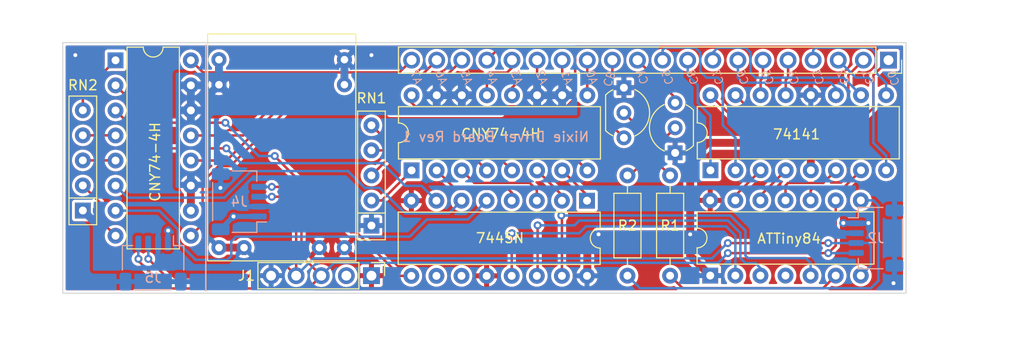
<source format=kicad_pcb>
(kicad_pcb (version 20211014) (generator pcbnew)
  (layers (0 "F.Cu" signal) (31 "B.Cu" signal) (34 "B.Paste" user) (35 "F.Paste" user) (36 "B.SilkS" user "B.Silkscreen") (37 "F.SilkS" user "F.Silkscreen") (38 "B.Mask" user) (39 "F.Mask" user) (44 "Edge.Cuts" user))
  (net 0 "")
  (net 1 "GND")
  (net 3 "/SCL")
  (net 4 "/SDA")
  (net 5 "VCC")
  (net 6 "/C0")
  (net 7 "/C1")
  (net 8 "/C2")
  (net 9 "/C3")
  (net 10 "/C4")
  (net 11 "/C5")
  (net 12 "/C6")
  (net 13 "/C7")
  (net 14 "/C8")
  (net 15 "/C9")
  (net 16 "/CA")
  (net 17 "/CB")
  (net 18 "/A0")
  (net 19 "/A1")
  (net 20 "/A2")
  (net 21 "/A3")
  (net 22 "/A4")
  (net 23 "/A5")
  (net 24 "/A6")
  (net 25 "/A7")
  (net 26 "Net-(Q1-Pad2)")
  (net 27 "Net-(Q2-Pad2)")
  (net 28 "/LHDP")
  (net 29 "/RHDP")
  (net 30 "/dig_0")
  (net 31 "/dig_1")
  (net 33 "/dig_2")
  (net 34 "/num_3")
  (net 35 "/num_2")
  (net 36 "/num_1")
  (net 37 "/num_0")
  (net 38 "/drv_A7")
  (net 39 "/drv_A6")
  (net 40 "/drv_A5")
  (net 41 "/drv_A4")
  (net 42 "/drv_A3")
  (net 43 "/drv_A2")
  (net 44 "/drv_A1")
  (net 45 "/drv_A0")
  (net 46 "HT")
  (net 47 "Net-(RN1-Pad2)")
  (net 48 "Net-(RN1-Pad3)")
  (net 49 "Net-(RN1-Pad4)")
  (net 50 "Net-(RN1-Pad5)")
  (net 51 "Net-(RN2-Pad2)")
  (net 52 "Net-(RN2-Pad3)")
  (net 53 "Net-(RN2-Pad4)")
  (net 54 "Net-(RN2-Pad5)")
  (footprint "Package_DIP:DIP-14_W7.62mm" (layer "F.Cu") (at 96.769 54.092 90)
    (fp_text reference "U1" hide)
    (fp_text value "ATtiny84-20P")
  )
  (footprint "Package_TO_SOT_THT:TO-92_Inline_Wide" (layer "F.Cu") (at 93.218 41.656 90)
    (fp_text reference "Q1" hide)
    (fp_text value "MPSA42")
  )
  (footprint "nixie-parts:small-hv-1.1" (layer "F.Cu") (at 53.4 41.1 180)
    (fp_text reference "U6" hide)
    (fp_text value "small-hv-1.1")
  )
  (footprint "Resistor_THT:R_Axial_DIN0207_L6.3mm_D2.5mm_P10.16mm_Horizontal" (layer "F.Cu") (at 88.392 54.102 90)
    (fp_text reference "R2")
    (fp_text value "100K")
  )
  (footprint "Package_DIP:DIP-16_W7.62mm" (layer "F.Cu") (at 36.586 32.273)
    (fp_text reference "U5" hide)
    (fp_text value "CNY74-4H")
  )
  (footprint "Resistor_THT:R_Array_SIP5" (layer "F.Cu") (at 33.274 47.498 90)
    (fp_text reference "RN2")
    (fp_text value "220")
  )
  (footprint "Package_DIP:DIP-16_W7.62mm" (layer "F.Cu") (at 96.789 43.424 90)
    (fp_text reference "U2" hide)
    (fp_text value "74141")
  )
  (footprint "Resistor_THT:R_Array_SIP5" (layer "F.Cu") (at 62.484 49.022 90)
    (fp_text reference "RN1")
    (fp_text value "220")
  )
  (footprint "Package_DIP:DIP-16_W7.62mm" (layer "F.Cu") (at 66.548 43.434 90)
    (fp_text reference "U4" hide)
    (fp_text value "CNY74-4H")
  )
  (footprint "Resistor_THT:R_Axial_DIN0207_L6.3mm_D2.5mm_P10.16mm_Horizontal" (layer "F.Cu") (at 92.71 54.102 90)
    (fp_text reference "R1")
    (fp_text value "100K")
  )
  (footprint "Package_DIP:DIP-16_W7.62mm" (layer "F.Cu") (at 84.3 46.5 -90)
    (fp_text reference "U3" hide)
    (fp_text value "7445")
  )
  (footprint "Connector_PinSocket_2.54mm:PinSocket_1x20_P2.54mm_Vertical" (layer "F.Cu") (at 114.808 32.258 -90)
    (fp_text reference "J3" hide)
    (fp_text value "Conn_01x20")
  )
  (footprint "Connector_PinHeader_2.54mm:PinHeader_1x05_P2.54mm_Vertical" (layer "F.Cu") (at 62.484 54.102 -90)
    (fp_text reference "J1")
    (fp_text value "Conn_01x05")
  )
  (footprint "Package_TO_SOT_THT:TO-92_Inline_Wide" (layer "F.Cu") (at 88.032 35.052 -90)
    (fp_text reference "Q2" hide)
    (fp_text value "MPSA42")
  )
  (footprint "Connector_JST:JST_SH_SM04B-SRSS-TB_1x04-1MP_P1.00mm_Horizontal" (layer "B.Cu") (at 49.1 46.6 90)
    (fp_text reference "J4")
    (fp_text value "Conn_01x04_MountingPin")
  )
  (footprint "Connector_JST:JST_SH_SM04B-SRSS-TB_1x04-1MP_P1.00mm_Horizontal" (layer "B.Cu") (at 40.386 52.832 180)
    (fp_text reference "J5")
    (fp_text value "Conn_01x04_MountingPin")
  )
  (footprint "Connector_JST:JST_SH_SM04B-SRSS-TB_1x04-1MP_P1.00mm_Horizontal" (layer "B.Cu") (at 113.538 50.292 -90)
    (fp_text reference "J2")
    (fp_text value "Conn_01x04_MountingPin")
  )
  (gr_line (start 45.72 30.734) (end 45.72 55.626) (layer "B.SilkS") (width 0.15))
  (gr_line (start 31.242 55.88) (end 101.6 55.88) (layer "Edge.Cuts") (width 0.1))
  (gr_line (start 116.586 55.88) (end 116.586 30.48) (layer "Edge.Cuts") (width 0.1))
  (gr_line (start 101.6 55.88) (end 116.586 55.88) (layer "Edge.Cuts") (width 0.1))
  (gr_line (start 31.242 30.48) (end 31.242 55.88) (layer "Edge.Cuts") (width 0.1))
  (gr_line (start 31.242 30.48) (end 101.6 30.48) (layer "Edge.Cuts") (width 0.1))
  (gr_line (start 116.586 30.48) (end 101.6 30.48) (layer "Edge.Cuts") (width 0.1))
  (gr_text "C8" (at 94.9452 33.9852 290) (layer "B.SilkS") (effects (font (size 0.8 0.8) (thickness 0.1)) (justify mirror)))
  (gr_text "C6" (at 100.0252 33.9852 290) (layer "B.SilkS") (effects (font (size 0.8 0.8) (thickness 0.1)) (justify mirror)))
  (gr_text "Nixie Driver Board Rev 1" (at 75.0316 40.0304) (layer "B.SilkS") (effects (font (size 1 1)) (justify mirror)))
  (gr_text "C4" (at 105.1052 33.9852 290) (layer "B.SilkS") (effects (font (size 0.8 0.8) (thickness 0.1)) (justify mirror)))
  (gr_text "C5" (at 102.5652 33.9852 290) (layer "B.SilkS") (effects (font (size 0.8 0.8) (thickness 0.1)) (justify mirror)))
  (gr_text "A4" (at 74.6252 33.9852 290) (layer "B.SilkS") (effects (font (size 0.8 0.8) (thickness 0.1)) (justify mirror)))
  (gr_text "A1" (at 82.2452 33.9852 290) (layer "B.SilkS") (effects (font (size 0.8 0.8) (thickness 0.1)) (justify mirror)))
  (gr_text "CB" (at 86.5124 34.1376 250) (layer "B.SilkS") (effects (font (size 0.8 0.8) (thickness 0.1)) (justify mirror)))
  (gr_text "CA" (at 89.8652 33.9852 290) (layer "B.SilkS") (effects (font (size 0.8 0.8) (thickness 0.1)) (justify mirror)))
  (gr_text "C1" (at 112.7252 33.9852 290) (layer "B.SilkS") (effects (font (size 0.8 0.8) (thickness 0.1)) (justify mirror)))
  (gr_text "C0" (at 115.2652 34.0868 290) (layer "B.SilkS") (effects (font (size 0.8 0.8) (thickness 0.1)) (justify mirror)))
  (gr_text "A6" (at 69.5452 33.9852 290) (layer "B.SilkS") (effects (font (size 0.8 0.8) (thickness 0.1)) (justify mirror)))
  (gr_text "A5" (at 72.0852 33.9852 290) (layer "B.SilkS") (effects (font (size 0.8 0.8) (thickness 0.1)) (justify mirror)))
  (gr_text "A2" (at 79.7052 33.9852 290) (layer "B.SilkS") (effects (font (size 0.8 0.8) (thickness 0.1)) (justify mirror)))
  (gr_text "C2" (at 110.1852 33.9852 290) (layer "B.SilkS") (effects (font (size 0.8 0.8) (thickness 0.1)) (justify mirror)))
  (gr_text "C9" (at 92.4052 33.9852 290) (layer "B.SilkS") (effects (font (size 0.8 0.8) (thickness 0.1)) (justify mirror)))
  (gr_text "A3" (at 77.1652 33.9852 290) (layer "B.SilkS") (effects (font (size 0.8 0.8) (thickness 0.1)) (justify mirror)))
  (gr_text "C3" (at 107.6452 33.9852 290) (layer "B.SilkS") (effects (font (size 0.8 0.8) (thickness 0.1)) (justify mirror)))
  (gr_text "A0" (at 84.7852 33.9852 290) (layer "B.SilkS") (effects (font (size 0.8 0.8) (thickness 0.1)) (justify mirror)))
  (gr_text "C7" (at 97.4852 33.9852 290) (layer "B.SilkS") (effects (font (size 0.8 0.8) (thickness 0.1)) (justify mirror)))
  (gr_text "A7" (at 67.0052 33.9852 290) (layer "B.SilkS") (effects (font (size 0.8 0.8) (thickness 0.1)) (justify mirror)))
  (gr_text "ATTiny84" (at 104.7496 50.3428) (layer "F.SilkS") (effects (font (size 1 1))))
  (gr_text "CNY74-4H" (at 75.5904 39.7256) (layer "F.SilkS") (effects (font (size 1 1))))
  (gr_text "7445N" (at 75.4888 50.292) (layer "F.SilkS") (effects (font (size 1 1))))
  (gr_text "74141" (at 105.5116 39.7764) (layer "F.SilkS") (effects (font (size 1 1))))
  (gr_text "CNY74-4H" (at 40.5892 42.5704 90) (layer "F.SilkS") (effects (font (size 1 1))))
  (via (at 112.776 48.768) (size 0.8) (drill 0.4) (layers "F.Cu" "B.Cu") (net 1))
  (via (at 115.316 54.864) (size 0.8) (drill 0.4) (layers "F.Cu" "B.Cu") (net 1))
  (via (at 47.2 45.2) (size 0.8) (drill 0.4) (layers "F.Cu" "B.Cu") (net 1))
  (via (at 48.525 48.1) (size 0.8) (drill 0.4) (layers "F.Cu" "B.Cu") (net 1))
  (via (at 110.236 48.768) (size 0.8) (drill 0.4) (layers "F.Cu" "B.Cu") (net 1))
  (via (at 62.484 31.75) (size 0.8) (drill 0.4) (layers "F.Cu" "B.Cu") (net 1))
  (via (at 32.512 31.75) (size 0.8) (drill 0.4) (layers "F.Cu" "B.Cu") (net 1))
  (via (at 41.91 49.53) (size 0.8) (drill 0.4) (layers "F.Cu" "B.Cu") (net 1))
  (segment (start 111.538 48.792) (end 112.752 48.792) (width 0.25) (layer "B.Cu") (net 1))
  (segment (start 48.525 48.1) (end 47.225 49.4) (width 0.5) (layer "B.Cu") (net 1))
  (segment (start 47.225 43.8) (end 47.225 45.175) (width 0.5) (layer "B.Cu") (net 1))
  (segment (start 41.886 50.832) (end 41.886 49.554) (width 0.25) (layer "B.Cu") (net 1))
  (segment (start 59.75 32.21) (end 59.75 34.75) (width 0.8) (layer "B.Cu") (net 1))
  (segment (start 110.26 48.792) (end 110.236 48.768) (width 0.25) (layer "B.Cu") (net 1))
  (segment (start 111.538 48.792) (end 110.26 48.792) (width 0.25) (layer "B.Cu") (net 1))
  (segment (start 112.752 48.792) (end 112.776 48.768) (width 0.25) (layer "B.Cu") (net 1))
  (segment (start 41.886 49.554) (end 41.91 49.53) (width 0.25) (layer "B.Cu") (net 1))
  (segment (start 51.1 48.1) (end 48.525 48.1) (width 0.5) (layer "B.Cu") (net 1))
  (segment (start 47.225 45.175) (end 47.2 45.2) (width 0.5) (layer "B.Cu") (net 1))
  (segment (start 38.900497 52.4) (end 38.900497 52.600497) (width 0.25) (layer "F.Cu") (net 3))
  (segment (start 55.4 50.8) (end 55.4 46.4) (width 0.25) (layer "F.Cu") (net 3))
  (segment (start 54.3 45.3) (end 54.100497 45.100497) (width 0.25) (layer "F.Cu") (net 3))
  (segment (start 54.100497 45.100497) (end 52.4 45.100497) (width 0.25) (layer "F.Cu") (net 3))
  (segment (start 38.900497 52.600497) (end 41.7 55.4) (width 0.25) (layer "F.Cu") (net 3))
  (segment (start 98.552 51.816) (end 108.712 51.816) (width 0.25) (layer "F.Cu") (net 3))
  (segment (start 55.4 52.098) (end 55.4 50.8) (width 0.25) (layer "F.Cu") (net 3))
  (segment (start 109.469 51.059) (end 109.469 46.472) (width 0.25) (layer "F.Cu") (net 3))
  (segment (start 41.7 55.4) (end 56.106 55.4) (width 0.25) (layer "F.Cu") (net 3))
  (segment (start 56.106 55.4) (end 57.404 54.102) (width 0.25) (layer "F.Cu") (net 3))
  (segment (start 108.712 51.816) (end 109.469 51.059) (width 0.25) (layer "F.Cu") (net 3))
  (segment (start 55.4 46.4) (end 54.3 45.3) (width 0.25) (layer "F.Cu") (net 3))
  (segment (start 57.404 54.102) (end 55.4 52.098) (width 0.25) (layer "F.Cu") (net 3))
  (via (at 38.900497 52.4) (size 0.8) (drill 0.4) (layers "F.Cu" "B.Cu") (net 3))
  (via (at 52.4 45.100497) (size 0.8) (drill 0.4) (layers "F.Cu" "B.Cu") (net 3))
  (via (at 108.712 51.816) (size 0.8) (drill 0.4) (layers "F.Cu" "B.Cu") (net 3))
  (via (at 98.552 51.816) (size 0.8) (drill 0.4) (layers "F.Cu" "B.Cu") (net 3))
  (segment (start 108.712 51.816) (end 111.514 51.816) (width 0.25) (layer "B.Cu") (net 3))
  (segment (start 38.900497 52.4) (end 38.886 52.385503) (width 0.25) (layer "B.Cu") (net 3))
  (segment (start 51.100497 45.100497) (end 51.1 45.1) (width 0.25) (layer "B.Cu") (net 3))
  (segment (start 58.706 52.8) (end 97.568 52.8) (width 0.25) (layer "B.Cu") (net 3))
  (segment (start 38.886 52.385503) (end 38.886 50.832) (width 0.25) (layer "B.Cu") (net 3))
  (segment (start 52.4 45.100497) (end 51.100497 45.100497) (width 0.25) (layer "B.Cu") (net 3))
  (segment (start 57.404 54.102) (end 58.706 52.8) (width 0.25) (layer "B.Cu") (net 3))
  (segment (start 111.514 51.816) (end 111.538 51.792) (width 0.25) (layer "B.Cu") (net 3))
  (segment (start 97.568 52.8) (end 98.552 51.816) (width 0.25) (layer "B.Cu") (net 3))
  (segment (start 49.373 54.827) (end 51.5 52.7) (width 0.25) (layer "F.Cu") (net 4))
  (segment (start 39.9 52.4) (end 42.327 54.827) (width 0.25) (layer "F.Cu") (net 4))
  (segment (start 53.462 52.7) (end 54.864 54.102) (width 0.25) (layer "F.Cu") (net 4))
  (segment (start 54.864 46.664) (end 54.3 46.1) (width 0.25) (layer "F.Cu") (net 4))
  (segment (start 98.552 50.8) (end 108.703402 50.8) (width 0.25) (layer "F.Cu") (net 4))
  (segment (start 54.864 51.364) (end 54.864 46.664) (width 0.25) (layer "F.Cu") (net 4))
  (segment (start 54.3 46.1) (end 52.4 46.1) (width 0.25) (layer "F.Cu") (net 4))
  (segment (start 108.703402 50.8) (end 108.707701 50.795701) (width 0.25) (layer "F.Cu") (net 4))
  (segment (start 42.327 54.827) (end 49.373 54.827) (width 0.25) (layer "F.Cu") (net 4))
  (segment (start 51.5 52.7) (end 53.462 52.7) (width 0.25) (layer "F.Cu") (net 4))
  (segment (start 54.864 54.102) (end 54.864 51.364) (width 0.25) (layer "F.Cu") (net 4))
  (via (at 108.707701 50.795701) (size 0.8) (drill 0.4) (layers "F.Cu" "B.Cu") (net 4))
  (via (at 52.4 46.1) (size 0.8) (drill 0.4) (layers "F.Cu" "B.Cu") (net 4))
  (via (at 39.9 52.4) (size 0.8) (drill 0.4) (layers "F.Cu" "B.Cu") (net 4))
  (via (at 98.552 50.8) (size 0.8) (drill 0.4) (layers "F.Cu" "B.Cu") (net 4))
  (segment (start 39.9 52.4) (end 39.9 50.846) (width 0.25) (layer "B.Cu") (net 4))
  (segment (start 108.712 50.8) (end 111.53 50.8) (width 0.25) (layer "B.Cu") (net 4))
  (segment (start 112.009 54.092) (end 113.03 53.071) (width 0.25) (layer "B.Cu") (net 4))
  (segment (start 98.5 50.8) (end 96.95 52.35) (width 0.25) (layer "B.Cu") (net 4))
  (segment (start 56.616 52.35) (end 54.864 54.102) (width 0.25) (layer "B.Cu") (net 4))
  (segment (start 113.03 51.054) (end 112.768 50.792) (width 0.25) (layer "B.Cu") (net 4))
  (segment (start 98.552 50.8) (end 98.5 50.8) (width 0.25) (layer "B.Cu") (net 4))
  (segment (start 112.768 50.792) (end 111.538 50.792) (width 0.25) (layer "B.Cu") (net 4))
  (segment (start 111.53 50.8) (end 111.538 50.792) (width 0.25) (layer "B.Cu") (net 4))
  (segment (start 52.4 46.1) (end 51.1 46.1) (width 0.25) (layer "B.Cu") (net 4))
  (segment (start 96.95 52.35) (end 56.616 52.35) (width 0.25) (layer "B.Cu") (net 4))
  (segment (start 113.03 53.071) (end 113.03 51.054) (width 0.25) (layer "B.Cu") (net 4))
  (segment (start 39.9 50.846) (end 39.886 50.832) (width 0.25) (layer "B.Cu") (net 4))
  (segment (start 108.707701 50.795701) (end 108.712 50.8) (width 0.25) (layer "B.Cu") (net 4))
  (segment (start 96.52 40.64) (end 105.664 40.64) (width 0.8) (layer "F.Cu") (net 5))
  (segment (start 84.328 51.054) (end 84.328 54.102) (width 0.8) (layer "F.Cu") (net 5))
  (segment (start 94.742 42.418) (end 96.52 40.64) (width 0.8) (layer "F.Cu") (net 5))
  (segment (start 105.664 40.64) (end 106.949 41.925) (width 0.8) (layer "F.Cu") (net 5))
  (segment (start 96.769 54.092) (end 96.764 54.092) (width 0.8) (layer "F.Cu") (net 5))
  (segment (start 94.742 49.53) (end 94.742 42.418) (width 0.8) (layer "F.Cu") (net 5))
  (segment (start 94.742 52.07) (end 94.742 51.054) (width 0.8) (layer "F.Cu") (net 5))
  (segment (start 96.764 54.092) (end 94.742 52.07) (width 0.8) (layer "F.Cu") (net 5))
  (segment (start 94.742 51.054) (end 94.742 49.53) (width 0.8) (layer "F.Cu") (net 5))
  (segment (start 85.471 49.911) (end 94.742 49.911) (width 0.8) (layer "F.Cu") (net 5))
  (segment (start 106.949 41.925) (end 106.949 43.424) (width 0.8) (layer "F.Cu") (net 5))
  (segment (start 47.05 51.26) (end 49.59 51.26) (width 0.8) (layer "F.Cu") (net 5))
  (segment (start 85.471 49.911) (end 84.328 51.054) (width 0.8) (layer "F.Cu") (net 5))
  (via (at 94.742 49.911) (size 0.8) (drill 0.4) (layers "F.Cu" "B.Cu") (net 5))
  (via (at 85.471 49.911) (size 0.8) (drill 0.4) (layers "F.Cu" "B.Cu") (net 5))
  (segment (start 33.274 47.498) (end 33.298 47.498) (width 0.5) (layer "B.Cu") (net 5))
  (segment (start 33.298 47.498) (end 34.7 48.9) (width 0.8) (layer "B.Cu") (net 5))
  (segment (start 113.284 33.782) (end 114.808 32.258) (width 0.25) (layer "F.Cu") (net 6))
  (segment (start 113.284 37.084) (end 113.284 33.782) (width 0.25) (layer "F.Cu") (net 6))
  (segment (start 98.831 37.846) (end 112.522 37.846) (width 0.25) (layer "F.Cu") (net 6))
  (segment (start 96.789 35.804) (end 98.831 37.846) (width 0.25) (layer "F.Cu") (net 6))
  (segment (start 112.522 37.846) (end 113.284 37.084) (width 0.25) (layer "F.Cu") (net 6))
  (segment (start 110.744 33.782) (end 112.268 32.258) (width 0.25) (layer "F.Cu") (net 7))
  (segment (start 99.329 35.804) (end 100.863 37.338) (width 0.25) (layer "F.Cu") (net 7))
  (segment (start 110.744 36.83) (end 110.744 33.782) (width 0.25) (layer "F.Cu") (net 7))
  (segment (start 110.236 37.338) (end 110.744 36.83) (width 0.25) (layer "F.Cu") (net 7))
  (segment (start 100.863 37.338) (end 110.236 37.338) (width 0.25) (layer "F.Cu") (net 7))
  (segment (start 114.569 43.424) (end 114.569 41.925) (width 0.25) (layer "B.Cu") (net 8))
  (segment (start 112.776 34.036) (end 111.506 34.036) (width 0.25) (layer "B.Cu") (net 8))
  (segment (start 111.506 34.036) (end 109.728 32.258) (width 0.25) (layer "B.Cu") (net 8))
  (segment (start 113.284 34.544) (end 112.776 34.036) (width 0.25) (layer "B.Cu") (net 8))
  (segment (start 113.284 40.64) (end 113.284 34.544) (width 0.25) (layer "B.Cu") (net 8))
  (segment (start 114.569 41.925) (end 113.284 40.64) (width 0.25) (layer "B.Cu") (net 8))
  (segment (start 114.569 34.559) (end 113.538 33.528) (width 0.25) (layer "B.Cu") (net 9))
  (segment (start 113.538 31.496) (end 113.03 30.988) (width 0.25) (layer "B.Cu") (net 9))
  (segment (start 113.538 33.528) (end 113.538 31.496) (width 0.25) (layer "B.Cu") (net 9))
  (segment (start 113.03 30.988) (end 107.442 30.988) (width 0.25) (layer "B.Cu") (net 9))
  (segment (start 114.569 35.804) (end 114.569 34.559) (width 0.25) (layer "B.Cu") (net 9))
  (segment (start 107.188 31.242) (end 107.188 32.258) (width 0.25) (layer "B.Cu") (net 9))
  (segment (start 107.442 30.988) (end 107.188 31.242) (width 0.25) (layer "B.Cu") (net 9))
  (segment (start 104.648 34.036) (end 104.648 32.258) (width 0.25) (layer "F.Cu") (net 10))
  (segment (start 104.409 34.275) (end 104.648 34.036) (width 0.25) (layer "F.Cu") (net 10))
  (segment (start 104.409 35.804) (end 104.409 34.275) (width 0.25) (layer "F.Cu") (net 10))
  (segment (start 101.869 34.275) (end 102.108 34.036) (width 0.25) (layer "F.Cu") (net 11))
  (segment (start 101.869 35.804) (end 101.869 34.275) (width 0.25) (layer "F.Cu") (net 11))
  (segment (start 102.108 34.036) (end 102.108 32.258) (width 0.25) (layer "F.Cu") (net 11))
  (segment (start 109.474 35.789) (end 109.474 35.052) (width 0.25) (layer "B.Cu") (net 12))
  (segment (start 100.076 34.544) (end 99.568 34.036) (width 0.25) (layer "B.Cu") (net 12))
  (segment (start 109.474 35.052) (end 108.966 34.544) (width 0.25) (layer "B.Cu") (net 12))
  (segment (start 99.568 34.036) (end 99.568 32.258) (width 0.25) (layer "B.Cu") (net 12))
  (segment (start 108.966 34.544) (end 100.076 34.544) (width 0.25) (layer "B.Cu") (net 12))
  (segment (start 109.489 35.804) (end 109.474 35.789) (width 0.25) (layer "B.Cu") (net 12))
  (segment (start 100.838 33.528) (end 100.838 31.496) (width 0.25) (layer "B.Cu") (net 13))
  (segment (start 97.536 30.988) (end 97.028 31.496) (width 0.25) (layer "B.Cu") (net 13))
  (segment (start 100.33 30.988) (end 97.536 30.988) (width 0.25) (layer "B.Cu") (net 13))
  (segment (start 112.029 35.804) (end 110.261 34.036) (width 0.25) (layer "B.Cu") (net 13))
  (segment (start 100.838 31.496) (end 100.33 30.988) (width 0.25) (layer "B.Cu") (net 13))
  (segment (start 101.346 34.036) (end 100.838 33.528) (width 0.25) (layer "B.Cu") (net 13))
  (segment (start 110.261 34.036) (end 101.346 34.036) (width 0.25) (layer "B.Cu") (net 13))
  (segment (start 97.028 31.496) (end 97.028 32.258) (width 0.25) (layer "B.Cu") (net 13))
  (segment (start 95.504 34.798) (end 95.504 36.576) (width 0.25) (layer "B.Cu") (net 14))
  (segment (start 94.488 33.782) (end 95.504 34.798) (width 0.25) (layer "B.Cu") (net 14))
  (segment (start 95.504 36.576) (end 96.789 37.861) (width 0.25) (layer "B.Cu") (net 14))
  (segment (start 96.789 37.861) (end 96.789 43.424) (width 0.25) (layer "B.Cu") (net 14))
  (segment (start 94.488 32.258) (end 94.488 33.782) (width 0.25) (layer "B.Cu") (net 14))
  (segment (start 95.758 31.496) (end 95.25 30.988) (width 0.25) (layer "B.Cu") (net 15))
  (segment (start 95.758 33.401) (end 95.758 31.496) (width 0.25) (layer "B.Cu") (net 15))
  (segment (start 99.329 43.424) (end 99.329 40.147) (width 0.25) (layer "B.Cu") (net 15))
  (segment (start 99.329 40.147) (end 98.044 38.862) (width 0.25) (layer "B.Cu") (net 15))
  (segment (start 96.393 34.036) (end 95.758 33.401) (width 0.25) (layer "B.Cu") (net 15))
  (segment (start 98.044 34.544) (end 97.536 34.036) (width 0.25) (layer "B.Cu") (net 15))
  (segment (start 97.536 34.036) (end 96.393 34.036) (width 0.25) (layer "B.Cu") (net 15))
  (segment (start 91.948 31.242) (end 91.948 32.258) (width 0.25) (layer "B.Cu") (net 15))
  (segment (start 95.25 30.988) (end 92.202 30.988) (width 0.25) (layer "B.Cu") (net 15))
  (segment (start 92.202 30.988) (end 91.948 31.242) (width 0.25) (layer "B.Cu") (net 15))
  (segment (start 98.044 38.862) (end 98.044 34.544) (width 0.25) (layer "B.Cu") (net 15))
  (segment (start 89.408 32.258) (end 93.218 36.068) (width 0.25) (layer "F.Cu") (net 16))
  (segment (start 93.218 36.068) (end 93.218 36.576) (width 0.25) (layer "F.Cu") (net 16))
  (segment (start 86.868 38.968) (end 88.032 40.132) (width 0.25) (layer "F.Cu") (net 17))
  (segment (start 86.868 32.258) (end 86.868 38.968) (width 0.25) (layer "F.Cu") (net 17))
  (segment (start 84.328 35.814) (end 84.328 32.258) (width 0.25) (layer "F.Cu") (net 18))
  (segment (start 81.28 34.544) (end 81.788 34.036) (width 0.25) (layer "F.Cu") (net 19))
  (segment (start 76.708 35.814) (end 76.708 35.052) (width 0.25) (layer "F.Cu") (net 19))
  (segment (start 77.216 34.544) (end 81.28 34.544) (width 0.25) (layer "F.Cu") (net 19))
  (segment (start 76.708 35.052) (end 77.216 34.544) (width 0.25) (layer "F.Cu") (net 19))
  (segment (start 81.788 34.036) (end 81.788 32.258) (width 0.25) (layer "F.Cu") (net 19))
  (segment (start 79.248 33.58648) (end 78.74 34.09448) (width 0.25) (layer "F.Cu") (net 20))
  (segment (start 74.168 34.544) (end 74.168 35.814) (width 0.25) (layer "F.Cu") (net 20))
  (segment (start 74.61752 34.09448) (end 74.168 34.544) (width 0.25) (layer "F.Cu") (net 20))
  (segment (start 78.74 34.09448) (end 74.61752 34.09448) (width 0.25) (layer "F.Cu") (net 20))
  (segment (start 79.248 32.258) (end 79.248 33.58648) (width 0.25) (layer "F.Cu") (net 20))
  (segment (start 72.39 37.084) (end 67.056 37.084) (width 0.25) (layer "F.Cu") (net 21))
  (segment (start 67.056 37.084) (end 66.548 36.576) (width 0.25) (layer "F.Cu") (net 21))
  (segment (start 76.2 33.528) (end 74.422 33.528) (width 0.25) (layer "F.Cu") (net 21))
  (segment (start 66.548 36.576) (end 66.548 35.814) (width 0.25) (layer "F.Cu") (net 21))
  (segment (start 74.422 33.528) (end 72.898 35.052) (width 0.25) (layer "F.Cu") (net 21))
  (segment (start 72.898 36.576) (end 72.39 37.084) (width 0.25) (layer "F.Cu") (net 21))
  (segment (start 72.898 35.052) (end 72.898 36.576) (width 0.25) (layer "F.Cu") (net 21))
  (segment (start 76.708 32.258) (end 76.708 33.02) (width 0.25) (layer "F.Cu") (net 21))
  (segment (start 76.708 33.02) (end 76.2 33.528) (width 0.25) (layer "F.Cu") (net 21))
  (segment (start 82.5 31) (end 83.1 31.6) (width 0.25) (layer "F.Cu") (net 22))
  (segment (start 48.2 43) (end 47 43) (width 0.25) (layer "F.Cu") (net 22))
  (segment (start 64.4 37.6) (end 64 37.2) (width 0.25) (layer "F.Cu") (net 22))
  (segment (start 74.168 32.258) (end 75.426 31) (width 0.25) (layer "F.Cu") (net 22))
  (segment (start 45.4 44.6) (end 45.4 48.859) (width 0.25) (layer "F.Cu") (net 22))
  (segment (start 82.253991 36.939) (end 76.242009 36.939) (width 0.25) (layer "F.Cu") (net 22))
  (segment (start 54 37.2) (end 48.2 43) (width 0.25) (layer "F.Cu") (net 22))
  (segment (start 47 43) (end 45.4 44.6) (width 0.25) (layer "F.Cu") (net 22))
  (segment (start 83.1 36.092991) (end 82.253991 36.939) (width 0.25) (layer "F.Cu") (net 22))
  (segment (start 75.581009 37.6) (end 64.4 37.6) (width 0.25) (layer "F.Cu") (net 22))
  (segment (start 45.4 48.859) (end 44.206 50.053) (width 0.25) (layer "F.Cu") (net 22))
  (segment (start 75.426 31) (end 82.5 31) (width 0.25) (layer "F.Cu") (net 22))
  (segment (start 83.1 31.6) (end 83.1 36.092991) (width 0.25) (layer "F.Cu") (net 22))
  (segment (start 76.242009 36.939) (end 75.581009 37.6) (width 0.25) (layer "F.Cu") (net 22))
  (segment (start 64 37.2) (end 54 37.2) (width 0.25) (layer "F.Cu") (net 22))
  (segment (start 66.2 34.4) (end 64 36.6) (width 0.25) (layer "F.Cu") (net 23))
  (segment (start 69.486 34.4) (end 66.2 34.4) (width 0.25) (layer "F.Cu") (net 23))
  (segment (start 47.817 42.433) (end 44.206 42.433) (width 0.25) (layer "F.Cu") (net 23))
  (segment (start 71.628 32.258) (end 69.486 34.4) (width 0.25) (layer "F.Cu") (net 23))
  (segment (start 64 36.6) (end 53.65 36.6) (width 0.25) (layer "F.Cu") (net 23))
  (segment (start 53.65 36.6) (end 47.817 42.433) (width 0.25) (layer "F.Cu") (net 23))
  (segment (start 49.507 39.893) (end 53.4 36) (width 0.25) (layer "F.Cu") (net 24))
  (segment (start 63.7 36) (end 65.75 33.95) (width 0.25) (layer "F.Cu") (net 24))
  (segment (start 67.396 33.95) (end 69.088 32.258) (width 0.25) (layer "F.Cu") (net 24))
  (segment (start 53.4 36) (end 63.7 36) (width 0.25) (layer "F.Cu") (net 24))
  (segment (start 44.206 39.893) (end 49.507 39.893) (width 0.25) (layer "F.Cu") (net 24))
  (segment (start 65.75 33.95) (end 67.396 33.95) (width 0.25) (layer "F.Cu") (net 24))
  (segment (start 65.306 33.5) (end 45.433 33.5) (width 0.25) (layer "F.Cu") (net 25))
  (segment (start 45.433 33.5) (end 44.206 32.273) (width 0.25) (layer "F.Cu") (net 25))
  (segment (start 66.548 32.258) (end 65.306 33.5) (width 0.25) (layer "F.Cu") (net 25))
  (segment (start 91.910001 40.423999) (end 91.910001 43.142001) (width 0.25) (layer "F.Cu") (net 26))
  (segment (start 93.218 39.116) (end 91.910001 40.423999) (width 0.25) (layer "F.Cu") (net 26))
  (segment (start 91.910001 43.142001) (end 92.71 43.942) (width 0.25) (layer "F.Cu") (net 26))
  (segment (start 89.408 43.18) (end 88.646 43.942) (width 0.25) (layer "F.Cu") (net 27))
  (segment (start 89.408 38.968) (end 89.408 43.18) (width 0.25) (layer "F.Cu") (net 27))
  (segment (start 88.032 37.592) (end 89.408 38.968) (width 0.25) (layer "F.Cu") (net 27))
  (segment (start 88.646 43.942) (end 88.392 43.942) (width 0.25) (layer "F.Cu") (net 27))
  (segment (start 92.71 54.102) (end 93.98 55.372) (width 0.25) (layer "F.Cu") (net 28))
  (segment (start 93.98 55.372) (end 108.189 55.372) (width 0.25) (layer "F.Cu") (net 28))
  (segment (start 108.189 55.372) (end 109.469 54.092) (width 0.25) (layer "F.Cu") (net 28))
  (segment (start 113.792 54.61) (end 113.792 46.99) (width 0.25) (layer "B.Cu") (net 29))
  (segment (start 113.03 55.372) (end 113.792 54.61) (width 0.25) (layer "B.Cu") (net 29))
  (segment (start 89.662 55.372) (end 113.03 55.372) (width 0.25) (layer "B.Cu") (net 29))
  (segment (start 113.274 46.472) (end 112.009 46.472) (width 0.25) (layer "B.Cu") (net 29))
  (segment (start 88.392 54.102) (end 89.662 55.372) (width 0.25) (layer "B.Cu") (net 29))
  (segment (start 113.792 46.99) (end 113.274 46.472) (width 0.25) (layer "B.Cu") (net 29))
  (segment (start 81.76 48.06) (end 81.76 54.12) (width 0.25) (layer "F.Cu") (net 30))
  (segment (start 81.7 48) (end 81.76 48.06) (width 0.25) (layer "F.Cu") (net 30))
  (via (at 81.7 48) (size 0.8) (drill 0.4) (layers "F.Cu" "B.Cu") (net 30))
  (segment (start 82.094 48.006) (end 98.806 48.006) (width 0.25) (layer "B.Cu") (net 30))
  (segment (start 100.33 49.53) (end 100.33 52.07) (width 0.25) (layer "B.Cu") (net 30))
  (segment (start 106.934 52.832) (end 106.929 52.837) (width 0.25) (layer "B.Cu") (net 30))
  (segment (start 100.584 52.324) (end 106.426 52.324) (width 0.25) (layer "B.Cu") (net 30))
  (segment (start 100.33 52.07) (end 100.584 52.324) (width 0.25) (layer "B.Cu") (net 30))
  (segment (start 82.088 48) (end 82.094 48.006) (width 0.25) (layer "B.Cu") (net 30))
  (segment (start 81.7 48) (end 82.088 48) (width 0.25) (layer "B.Cu") (net 30))
  (segment (start 106.929 52.837) (end 106.929 54.092) (width 0.25) (layer "B.Cu") (net 30))
  (segment (start 98.806 48.006) (end 100.33 49.53) (width 0.25) (layer "B.Cu") (net 30))
  (segment (start 106.426 52.324) (end 106.934 52.832) (width 0.25) (layer "B.Cu") (net 30))
  (segment (start 79.3 49) (end 79.3 54.04) (width 0.25) (layer "F.Cu") (net 31))
  (segment (start 79.3 54.04) (end 79.22 54.12) (width 0.25) (layer "F.Cu") (net 31))
  (via (at 79.3 49) (size 0.8) (drill 0.4) (layers "F.Cu" "B.Cu") (net 31))
  (segment (start 100.33 52.832) (end 101.346 52.832) (width 0.25) (layer "B.Cu") (net 31))
  (segment (start 83.514 48.514) (end 83.028 49) (width 0.25) (layer "B.Cu") (net 31))
  (segment (start 99.822 52.324) (end 100.33 52.832) (width 0.25) (layer "B.Cu") (net 31))
  (segment (start 101.346 52.832) (end 101.849 53.335) (width 0.25) (layer "B.Cu") (net 31))
  (segment (start 99.822 49.784) (end 99.822 52.324) (width 0.25) (layer "B.Cu") (net 31))
  (segment (start 98.552 48.514) (end 99.822 49.784) (width 0.25) (layer "B.Cu") (net 31))
  (segment (start 98.552 48.514) (end 83.514 48.514) (width 0.25) (layer "B.Cu") (net 31))
  (segment (start 101.849 53.335) (end 101.849 54.092) (width 0.25) (layer "B.Cu") (net 31))
  (segment (start 83.028 49) (end 79.3 49) (width 0.25) (layer "B.Cu") (net 31))
  (segment (start 76.68 49.82) (end 76.68 54.12) (width 0.25) (layer "F.Cu") (net 33))
  (segment (start 76.7 49.8) (end 76.68 49.82) (width 0.25) (layer "F.Cu") (net 33))
  (via (at 76.7 49.8) (size 0.8) (drill 0.4) (layers "F.Cu" "B.Cu") (net 33))
  (segment (start 99.314 54.087) (end 99.314 50.038) (width 0.25) (layer "B.Cu") (net 33))
  (segment (start 83.5 49.8) (end 76.7 49.8) (width 0.25) (layer "B.Cu") (net 33))
  (segment (start 99.314 50.038) (end 98.376 49.1) (width 0.25) (layer "B.Cu") (net 33))
  (segment (start 84.2 49.1) (end 83.5 49.8) (width 0.25) (layer "B.Cu") (net 33))
  (segment (start 99.309 54.092) (end 99.314 54.087) (width 0.25) (layer "B.Cu") (net 33))
  (segment (start 84.5 49.1) (end 84.2 49.1) (width 0.25) (layer "B.Cu") (net 33))
  (segment (start 98.376 49.1) (end 84.5 49.1) (width 0.25) (layer "B.Cu") (net 33))
  (segment (start 104.409 43.424) (end 101.849 45.984) (width 0.25) (layer "F.Cu") (net 34))
  (segment (start 101.849 45.984) (end 101.849 46.472) (width 0.25) (layer "F.Cu") (net 34))
  (segment (start 107.188 45.212) (end 110.241 45.212) (width 0.25) (layer "F.Cu") (net 35))
  (segment (start 106.929 46.472) (end 106.929 45.471) (width 0.25) (layer "F.Cu") (net 35))
  (segment (start 110.241 45.212) (end 112.029 43.424) (width 0.25) (layer "F.Cu") (net 35))
  (segment (start 106.929 45.471) (end 107.188 45.212) (width 0.25) (layer "F.Cu") (net 35))
  (segment (start 109.489 43.424) (end 108.209 44.704) (width 0.25) (layer "F.Cu") (net 36))
  (segment (start 104.389 44.963) (end 104.389 46.472) (width 0.25) (layer "F.Cu") (net 36))
  (segment (start 104.648 44.704) (end 104.389 44.963) (width 0.25) (layer "F.Cu") (net 36))
  (segment (start 108.209 44.704) (end 104.648 44.704) (width 0.25) (layer "F.Cu") (net 36))
  (segment (start 101.869 43.424) (end 99.309 45.984) (width 0.25) (layer "F.Cu") (net 37))
  (segment (start 99.309 45.984) (end 99.309 46.472) (width 0.25) (layer "F.Cu") (net 37))
  (segment (start 36.586 34.813) (end 40.373 38.6) (width 0.25) (layer "F.Cu") (net 38))
  (segment (start 52.7 41.9755) (end 52.7 42) (width 0.25) (layer "F.Cu") (net 38))
  (segment (start 60.959 49.7) (end 65.379 54.12) (width 0.25) (layer "F.Cu") (net 38))
  (segment (start 60.4 49.7) (end 60.959 49.7) (width 0.25) (layer "F.Cu") (net 38))
  (segment (start 40.373 38.6) (end 45 38.6) (width 0.25) (layer "F.Cu") (net 38))
  (segment (start 65.379 54.12) (end 66.52 54.12) (width 0.25) (layer "F.Cu") (net 38))
  (segment (start 52.7 42) (end 60.4 49.7) (width 0.25) (layer "F.Cu") (net 38))
  (segment (start 45 38.6) (end 47.7 38.6) (width 0.25) (layer "F.Cu") (net 38))
  (via (at 47.7 38.6) (size 0.8) (drill 0.4) (layers "F.Cu" "B.Cu") (net 38))
  (via (at 52.7 41.9755) (size 0.8) (drill 0.4) (layers "F.Cu" "B.Cu") (net 38))
  (segment (start 52.7 41.9755) (end 51.0755 41.9755) (width 0.25) (layer "B.Cu") (net 38))
  (segment (start 51.0755 41.9755) (end 47.7 38.6) (width 0.25) (layer "B.Cu") (net 38))
  (segment (start 40.433 41.2) (end 44.5 41.2) (width 0.25) (layer "F.Cu") (net 39))
  (segment (start 36.586 37.353) (end 40.433 41.2) (width 0.25) (layer "F.Cu") (net 39))
  (segment (start 44.5 41.2) (end 47.8 41.2) (width 0.25) (layer "F.Cu") (net 39))
  (via (at 47.8 41.2) (size 0.8) (drill 0.4) (layers "F.Cu" "B.Cu") (net 39))
  (segment (start 49.3 42.7) (end 47.8 41.2) (width 0.25) (layer "B.Cu") (net 39))
  (segment (start 63.6 42.7) (end 49.3 42.7) (width 0.25) (layer "B.Cu") (net 39))
  (segment (start 67.56 45) (end 65.9 45) (width 0.25) (layer "B.Cu") (net 39))
  (segment (start 65.9 45) (end 63.6 42.7) (width 0.25) (layer "B.Cu") (net 39))
  (segment (start 69.06 46.5) (end 67.56 45) (width 0.25) (layer "B.Cu") (net 39))
  (segment (start 63.3 45.2) (end 61.8 45.2) (width 0.25) (layer "B.Cu") (net 40))
  (segment (start 61.8 45.2) (end 60.1 43.5) (width 0.25) (layer "B.Cu") (net 40))
  (segment (start 37.813 46.2) (end 36.586 44.973) (width 0.25) (layer "B.Cu") (net 40))
  (segment (start 60.1 43.5) (end 50.3 43.5) (width 0.25) (layer "B.Cu") (net 40))
  (segment (start 70.3 47.8) (end 65.9 47.8) (width 0.25) (layer "B.Cu") (net 40))
  (segment (start 65.9 47.8) (end 63.3 45.2) (width 0.25) (layer "B.Cu") (net 40))
  (segment (start 47.6 46.2) (end 37.813 46.2) (width 0.25) (layer "B.Cu") (net 40))
  (segment (start 50.3 43.5) (end 47.6 46.2) (width 0.25) (layer "B.Cu") (net 40))
  (segment (start 71.6 46.5) (end 70.3 47.8) (width 0.25) (layer "B.Cu") (net 40))
  (segment (start 74.14 46.5) (end 72.24 48.4) (width 0.25) (layer "B.Cu") (net 41))
  (segment (start 42.9 49.406009) (end 41.006991 47.513) (width 0.25) (layer "B.Cu") (net 41))
  (segment (start 48.759375 50.147) (end 48.3 50.606375) (width 0.25) (layer "B.Cu") (net 41))
  (segment (start 48.3 50.606375) (end 48.3 52.1) (width 0.25) (layer "B.Cu") (net 41))
  (segment (start 41.006991 47.513) (end 36.586 47.513) (width 0.25) (layer "B.Cu") (net 41))
  (segment (start 42.9 50.7) (end 42.9 49.406009) (width 0.25) (layer "B.Cu") (net 41))
  (segment (start 48.3 52.1) (end 47.9 52.5) (width 0.25) (layer "B.Cu") (net 41))
  (segment (start 44.7 52.5) (end 42.9 50.7) (width 0.25) (layer "B.Cu") (net 41))
  (segment (start 72.24 48.4) (end 68.1 48.4) (width 0.25) (layer "B.Cu") (net 41))
  (segment (start 68.1 48.4) (end 66.353 50.147) (width 0.25) (layer "B.Cu") (net 41))
  (segment (start 66.353 50.147) (end 48.759375 50.147) (width 0.25) (layer "B.Cu") (net 41))
  (segment (start 47.9 52.5) (end 44.7 52.5) (width 0.25) (layer "B.Cu") (net 41))
  (segment (start 70.954 45.3) (end 76.3 45.3) (width 0.25) (layer "F.Cu") (net 42))
  (segment (start 76.7 46.48) (end 76.68 46.5) (width 0.25) (layer "F.Cu") (net 42))
  (segment (start 76.3 45.3) (end 76.7 45.7) (width 0.25) (layer "F.Cu") (net 42))
  (segment (start 76.7 45.7) (end 76.7 46.48) (width 0.25) (layer "F.Cu") (net 42))
  (segment (start 69.088 43.434) (end 70.954 45.3) (width 0.25) (layer "F.Cu") (net 42))
  (segment (start 72.894 44.7) (end 78.5 44.7) (width 0.25) (layer "F.Cu") (net 43))
  (segment (start 71.628 43.434) (end 72.894 44.7) (width 0.25) (layer "F.Cu") (net 43))
  (segment (start 79.22 45.42) (end 79.22 46.5) (width 0.25) (layer "F.Cu") (net 43))
  (segment (start 78.5 44.7) (end 79.22 45.42) (width 0.25) (layer "F.Cu") (net 43))
  (segment (start 79.248 43.434) (end 81.76 45.946) (width 0.25) (layer "F.Cu") (net 44))
  (segment (start 81.76 45.946) (end 81.76 46.5) (width 0.25) (layer "F.Cu") (net 44))
  (segment (start 81.788 43.434) (end 84.3 45.946) (width 0.25) (layer "F.Cu") (net 45))
  (segment (start 84.375 46.021) (end 84.375 46.7) (width 0.25) (layer "F.Cu") (net 45))
  (segment (start 84.3 45.946) (end 84.3 46.5) (width 0.25) (layer "F.Cu") (net 45))
  (segment (start 44.206 47.513) (end 44.206 44.973) (width 0.8) (layer "F.Cu") (net 46))
  (segment (start 47.05 32.21) (end 47.05 34.75) (width 0.8) (layer "B.Cu") (net 46))
  (segment (start 63.518 46.482) (end 62.484 46.482) (width 0.25) (layer "F.Cu") (net 47))
  (segment (start 66.548 43.452) (end 63.518 46.482) (width 0.25) (layer "F.Cu") (net 47))
  (segment (start 66.548 43.434) (end 66.548 43.452) (width 0.25) (layer "F.Cu") (net 47))
  (segment (start 64.426 42) (end 72.734 42) (width 0.25) (layer "F.Cu") (net 48))
  (segment (start 72.734 42) (end 74.168 43.434) (width 0.25) (layer "F.Cu") (net 48))
  (segment (start 62.484 43.942) (end 64.426 42) (width 0.25) (layer "F.Cu") (net 48))
  (segment (start 74.676 41.402) (end 62.484 41.402) (width 0.25) (layer "F.Cu") (net 49))
  (segment (start 76.708 43.434) (end 74.676 41.402) (width 0.25) (layer "F.Cu") (net 49))
  (segment (start 81.694 40.8) (end 84.328 43.434) (width 0.25) (layer "F.Cu") (net 50))
  (segment (start 62.484 38.862) (end 64.422 40.8) (width 0.25) (layer "F.Cu") (net 50))
  (segment (start 64.422 40.8) (end 81.694 40.8) (width 0.25) (layer "F.Cu") (net 50))
  (segment (start 35 48.5) (end 35.033 48.5) (width 0.25) (layer "F.Cu") (net 51))
  (segment (start 33.274 44.958) (end 35 46.684) (width 0.25) (layer "F.Cu") (net 51))
  (segment (start 35 46.684) (end 35 48.5) (width 0.25) (layer "F.Cu") (net 51))
  (segment (start 35.033 48.5) (end 36.586 50.053) (width 0.25) (layer "F.Cu") (net 51))
  (segment (start 33.274 42.418) (end 36.571 42.418) (width 0.25) (layer "F.Cu") (net 52))
  (segment (start 36.571 42.418) (end 36.586 42.433) (width 0.25) (layer "F.Cu") (net 52))
  (segment (start 33.274 39.878) (end 36.571 39.878) (width 0.25) (layer "F.Cu") (net 53))
  (segment (start 36.571 39.878) (end 36.586 39.893) (width 0.25) (layer "F.Cu") (net 53))
  (segment (start 33.274 37.338) (end 33.274 35.585) (width 0.25) (layer "F.Cu") (net 54))
  (segment (start 33.274 35.585) (end 36.586 32.273) (width 0.25) (layer "F.Cu") (net 54))
  (zone (net 1) (net_name "GND") (layers F&B.Cu) (connect_pads (clearance 0.3)) (min_thickness 0.2) (fill yes (thermal_gap 0.3) (thermal_bridge_width 0.508))
    (polygon (pts (xy 128.524 61.214) (xy 24.892 59.944) (xy 25.146 26.416) (xy 25.146 26.162) (xy 128.27 26.162)))
  )
  (zone (net 5) (net_name "VCC") (layer "B.Cu") (priority 1) (connect_pads (clearance 0.3)) (min_thickness 0.2) (fill yes (thermal_gap 0.3) (thermal_bridge_width 0.508))
    (polygon (pts (xy 111.506 56.388) (xy 50.292 56.388) (xy 50.292 53.594) (xy 34.29 53.594) (xy 34.29 46.6) (xy 47.8 46.6) (xy 50.499988 43.90006) (xy 60 43.9) (xy 61.1 45) (xy 66.294 44.958) (xy 111.506 44.958)))
  )
  (zone (net 46) (net_name "HT") (layer "B.Cu") (priority 2) (connect_pads (clearance 0.3)) (min_thickness 0.254) (fill yes (thermal_gap 0.3) (thermal_bridge_width 0.8))
    (polygon (pts (xy 83.312 37.846) (xy 46.482 37.846) (xy 46.228 38.1) (xy 46.228 45.212) (xy 42.672 45.212) (xy 42.672 33.528) (xy 83.312 33.528)))
  )
)
</source>
